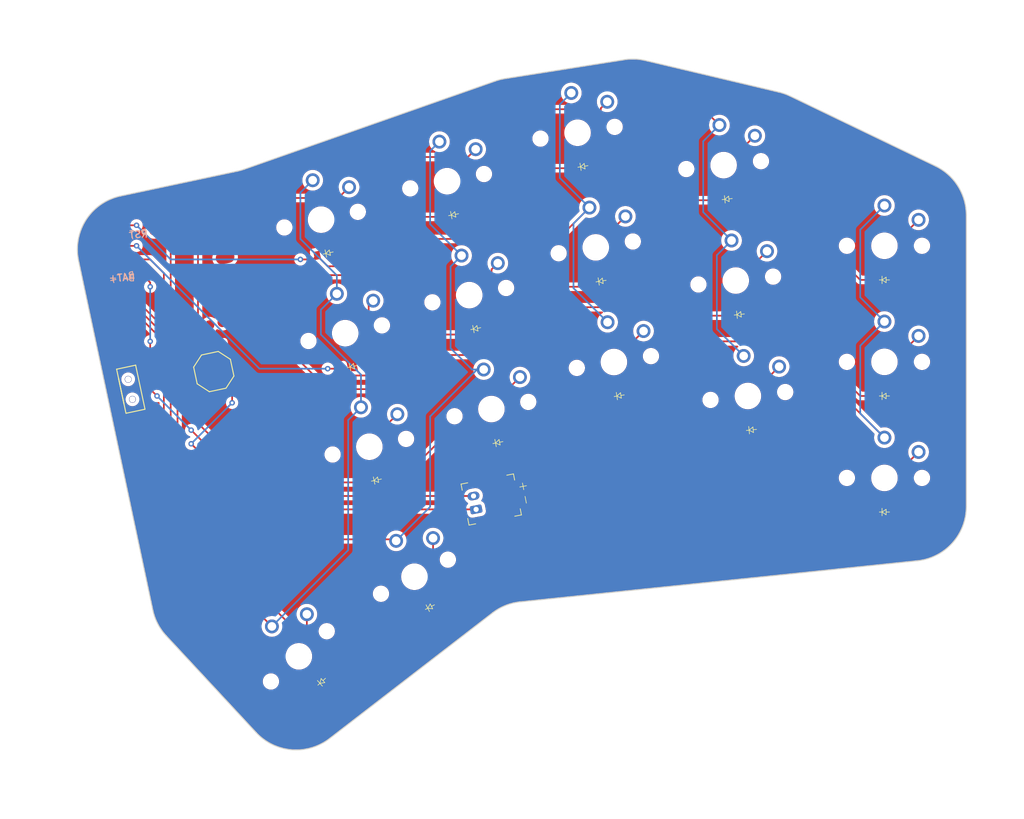
<source format=kicad_pcb>
(kicad_pcb (version 20241229) (generator "pcbnew") (generator_version "9.0")
  (title_block (title "splave-ferris_choc_v1_right") (rev "v1.0.0") (company "Unknown"))
  (layers (0 "F.Cu" signal) (2 "B.Cu" signal) (13 "F.Paste" user) (15 "B.Paste" user) (5 "F.SilkS" user) (7 "B.SilkS" user) (1 "F.Mask" user) (3 "B.Mask" user) (25 "Edge.Cuts" user))
  (net 0 "")
  (net 1 "D8")
  (net 2 "mirror_pinky_bottom")
  (net 3 "GND")
  (net 4 "D1")
  (net 5 "D2")
  (net 6 "mirror_pinky_home")
  (net 7 "mirror_pinky_top")
  (net 8 "D10")
  (net 9 "mirror_ring_bottom")
  (net 10 "mirror_ring_home")
  (net 11 "mirror_ring_top")
  (net 12 "D9")
  (net 13 "mirror_middle_bottom")
  (net 14 "mirror_middle_home")
  (net 15 "mirror_middle_top")
  (net 16 "D3")
  (net 17 "mirror_index_bottom")
  (net 18 "mirror_index_home")
  (net 19 "mirror_index_top")
  (net 20 "D5")
  (net 21 "mirror_inner_bottom")
  (net 22 "mirror_inner_home")
  (net 23 "mirror_inner_top")
  (net 24 "mirror_near_fan")
  (net 25 "mirror_far_fan")
  (net 26 "D0")
  (net 27 "D4")
  (net 28 "D6")
  (net 29 "D7")
  (net 30 "RAW3V3")
  (net 31 "RAW5V")
  (net 32 "CLK")
  (net 33 "DIO")
  (net 34 "RST")
  (net 35 "BAT")
  (net 36 "NFC1")
  (net 37 "NFC2")
  (net 38 "BATCON")
  (footprint "E73:SPDT_C128955" (layer "F.Cu") (at 269.086013 87.024253 102)
    (property "Reference" "T1" (hide yes))
    (property "Value" "" (hide yes))
    (pad "" smd rect (at -3.7 -1.1 102) (size 0.9 0.9) (layers "F.Cu" "F.Mask" "F.Paste"))
    (pad "" smd rect (at -3.7 1.1 102) (size 0.9 0.9) (layers "F.Cu" "F.Mask" "F.Paste"))
    (pad "" np_thru_hole circle (at -1.5 0.000001) (size 1 1) (drill 0.9) (layers "*.Cu" "*.Mask"))
    (pad "" np_thru_hole circle (at 1.5 -0.000001) (size 1 1) (drill 0.9) (layers "*.Cu" "*.Mask"))
    (pad "" smd rect (at 3.7 -1.1 102) (size 0.9 0.9) (layers "F.Cu" "F.Mask" "F.Paste"))
    (pad "" smd rect (at 3.7 1.1 102) (size 0.9 0.9) (layers "F.Cu" "F.Mask" "F.Paste"))
    (pad "1" smd rect (at 2.25 2.075 102) (size 0.9 1.25) (layers "F.Cu" "F.Mask" "F.Paste") (net 35 "BAT"))
    (pad "2" smd rect (at -0.75 2.075 102) (size 0.9 1.25) (layers "F.Cu" "F.Mask" "F.Paste") (net 38 "BATCON"))
    (pad "3" smd rect (at -2.25 2.075 102) (size 0.9 1.25) (layers "F.Cu" "F.Mask" "F.Paste"))
  )
  (footprint "E73:SW_TACT_ALPS_SKQGABE010" (layer "F.Cu") (at 281.312858 84.425356 102)
    (property "Reference" "B1" (hide yes))
    (property "Value" "" (hide yes))
    (pad "1" smd rect (at -3.1 -1.85 102) (size 1.8 1.1) (layers "F.Cu" "F.Mask" "F.Paste") (net 34 "RST"))
    (pad "1" smd rect (at 3.1 -1.85 102) (size 1.8 1.1) (layers "F.Cu" "F.Mask" "F.Paste") (net 34 "RST"))
    (pad "2" smd rect (at -3.1 1.85 102) (size 1.8 1.1) (layers "F.Cu" "F.Mask" "F.Paste") (net 3 "GND"))
    (pad "2" smd rect (at 3.1 1.85 102) (size 1.8 1.1) (layers "F.Cu" "F.Mask" "F.Paste") (net 3 "GND"))
  )
  (footprint "ceoloide:diode_tht_sod123" (layer "F.Cu") (at 319.685381 78.136583 11)
    (property "Reference" "D11" (hide yes))
    (property "Value" "")
    (pad "1" smd rect (at -1.65 0 11) (size 0.9 1.2) (layers "F.Cu" "F.Mask" "F.Paste") (net 4 "D1"))
    (pad "2" smd rect (at 1.65 0 11) (size 0.9 1.2) (layers "F.Cu" "F.Mask" "F.Paste") (net 18 "mirror_index_home"))
  )
  (footprint "ceoloide:diode_tht_sod123" (layer "F.Cu") (at 379.545507 105)
    (property "Reference" "D1" (hide yes))
    (property "Value" "")
    (pad "1" smd rect (at -1.65 0) (size 0.9 1.2) (layers "F.Cu" "F.Mask" "F.Paste") (net 5 "D2"))
    (pad "2" smd rect (at 1.65 0) (size 0.9 1.2) (layers "F.Cu" "F.Mask" "F.Paste") (net 2 "mirror_pinky_bottom"))
  )
  (footprint "ceoloide:diode_tht_sod123" (layer "F.Cu") (at 305.138 100.319148 12)
    (property "Reference" "D13" (hide yes))
    (property "Value" "")
    (pad "1" smd rect (at -1.65 0 12) (size 0.9 1.2) (layers "F.Cu" "F.Mask" "F.Paste") (net 5 "D2"))
    (pad "2" smd rect (at 1.65 0 12) (size 0.9 1.2) (layers "F.Cu" "F.Mask" "F.Paste") (net 21 "mirror_inner_bottom"))
  )
  (footprint "ceoloide:diode_tht_sod123" (layer "F.Cu") (at 379.545507 88)
    (property "Reference" "D2" (hide yes))
    (property "Value" "")
    (pad "1" smd rect (at -1.65 0) (size 0.9 1.2) (layers "F.Cu" "F.Mask" "F.Paste") (net 4 "D1"))
    (pad "2" smd rect (at 1.65 0) (size 0.9 1.2) (layers "F.Cu" "F.Mask" "F.Paste") (net 6 "mirror_pinky_home"))
  )
  (footprint "xiao_smd" (layer "F.Cu") (at 275.051829 69.39873 12)
    (property "Reference" "MCU1" (hide yes))
    (property "Value" "")
    (fp_text user "RST" (at -3.6 -5.95 0) (layer "B.SilkS") (effects (justify mirror)))
    (fp_text user "RST" (at -3.6 -5.95 12) (layer "B.SilkS") (effects (justify mirror)))
    (fp_text user "BAT+" (at -7.3 -0.25 12) (layer "B.SilkS") (effects (justify mirror)))
    (fp_text user "BAT+" (at -7.3 -0.25 0) (layer "B.SilkS") (effects (justify mirror)))
    (pad "1" smd oval (at -7.62 -7.62 192) (size 2.75 1.8) (drill (offset 0.475 0)) (layers "F.Cu" "F.Mask" "F.Paste") (net 26 "D0"))
    (pad "2" smd oval (at -7.62 -5.08 192) (size 2.75 1.8) (drill (offset 0.475 0)) (layers "F.Cu" "F.Mask" "F.Paste") (net 4 "D1"))
    (pad "3" smd oval (at -7.62 -2.54 192) (size 2.75 1.8) (drill (offset 0.475 0)) (layers "F.Cu" "F.Mask" "F.Paste") (net 5 "D2"))
    (pad "4" smd oval (at -7.62 0 192) (size 2.75 1.8) (drill (offset 0.475 0)) (layers "F.Cu" "F.Mask" "F.Paste") (net 16 "D3"))
    (pad "5" smd oval (at -7.62 2.54 192) (size 2.75 1.8) (drill (offset 0.475 0)) (layers "F.Cu" "F.Mask" "F.Paste") (net 27 "D4"))
    (pad "6" smd oval (at -7.62 5.08 192) (size 2.75 1.8) (drill (offset 0.475 0)) (layers "F.Cu" "F.Mask" "F.Paste") (net 20 "D5"))
    (pad "7" smd oval (at -7.62 7.62 192) (size 2.75 1.8) (drill (offset 0.475 0)) (layers "F.Cu" "F.Mask" "F.Paste") (net 28 "D6"))
    (pad "8" smd oval (at 7.62 7.62 12) (size 2.75 1.8) (drill (offset 0.475 0)) (layers "F.Cu" "F.Mask" "F.Paste") (net 29 "D7"))
    (pad "9" smd oval (at 7.62 5.08 12) (size 2.75 1.8) (drill (offset 0.475 0)) (layers "F.Cu" "F.Mask" "F.Paste") (net 1 "D8"))
    (pad "10" smd oval (at 7.62 2.54 12) (size 2.75 1.8) (drill (offset 0.475 0)) (layers "F.Cu" "F.Mask" "F.Paste") (net 12 "D9"))
    (pad "11" smd oval (at 7.62 0 12) (size 2.75 1.8) (drill (offset 0.475 0)) (layers "F.Cu" "F.Mask" "F.Paste") (net 8 "D10"))
    (pad "12" smd oval (at 7.62 -2.54 12) (size 2.75 1.8) (drill (offset 0.475 0)) (layers "F.Cu" "F.Mask" "F.Paste") (net 30 "RAW3V3"))
    (pad "13" smd oval (at 7.62 -5.08 12) (size 2.75 1.8) (drill (offset 0.475 0)) (layers "F.Cu" "F.Mask" "F.Paste") (net 3 "GND"))
    (pad "14" smd oval (at 7.62 -7.62 12) (size 2.75 1.8) (drill (offset 0.475 0)) (layers "F.Cu" "F.Mask" "F.Paste") (net 31 "RAW5V"))
    (pad "15" smd circle (at -1.27 -8.572 102) (size 1.397 1.397) (layers "F.Cu" "F.Mask") (net 32 "CLK"))
    (pad "16" smd circle (at 1.27 -8.572 102) (size 1.397 1.397) (layers "F.Cu" "F.Mask") (net 33 "DIO"))
    (pad "17" smd circle (at -1.27 -6.032 102) (size 1.397 1.397) (layers "F.Cu" "F.Mask") (net 34 "RST"))
    (pad "18" smd circle (at 1.27 -6.032 102) (size 1.397 1.397) (layers "F.Cu" "F.Mask"))
    (pad "19" smd circle (at -4.445 -0.317 192) (size 1.397 1.397) (layers "F.Cu" "F.Mask") (net 35 "BAT"))
    (pad "20" smd circle (at 3.81 9.208 192) (size 1.397 1.397) (layers "F.Cu" "F.Mask") (net 36 "NFC1"))
    (pad "21" smd circle (at 5.715 9.208 192) (size 1.397 1.397) (layers "F.Cu" "F.Mask") (net 37 "NFC2"))
  )
  (footprint "ceoloide:battery_connector_jst_ph_2" (layer "F.Cu") (at 319.54747 103.631307 101)
    (property "Reference" "JST1" (hide yes))
    (property "Value" "")
    (pad "1" thru_hole roundrect (at -1 0 101) (size 1.2 1.75) (drill 0.75) (layers "*.Cu" "*.Mask") (roundrect_rratio 0.2) (net 3 "GND"))
    (pad "2" thru_hole oval (at 1 0 101) (size 1.2 1.75) (drill 0.75) (layers "*.Cu" "*.Mask") (net 38 "BATCON"))
  )
  (footprint "ceoloide:diode_tht_sod123" (layer "F.Cu") (at 316.441628 61.448921 11)
    (property "Reference" "D12" (hide yes))
    (property "Value" "")
    (pad "1" smd rect (at -1.65 0 11) (size 0.9 1.2) (layers "F.Cu" "F.Mask" "F.Paste") (net 26 "D0"))
    (pad "2" smd rect (at 1.65 0 11) (size 0.9 1.2) (layers "F.Cu" "F.Mask" "F.Paste") (net 19 "mirror_index_top"))
  )
  (footprint "ceoloide:diode_tht_sod123" (layer "F.Cu") (at 301.603501 83.690639 12)
    (property "Reference" "D14" (hide yes))
    (property "Value" "")
    (pad "1" smd rect (at -1.65 0 12) (size 0.9 1.2) (layers "F.Cu" "F.Mask" "F.Paste") (net 4 "D1"))
    (pad "2" smd rect (at 1.65 0 12) (size 0.9 1.2) (layers "F.Cu" "F.Mask" "F.Paste") (net 22 "mirror_inner_home"))
  )
  (footprint "ceoloide:diode_tht_sod123" (layer "F.Cu") (at 338.040679 71.172127 9)
    (property "Reference" "D8" (hide yes))
    (property "Value" "")
    (pad "1" smd rect (at -1.65 0 9) (size 0.9 1.2) (layers "F.Cu" "F.Mask" "F.Paste") (net 4 "D1"))
    (pad "2" smd rect (at 1.65 0 9) (size 0.9 1.2) (layers "F.Cu" "F.Mask" "F.Paste") (net 14 "mirror_middle_home"))
  )
  (footprint "ceoloide:diode_tht_sod123" (layer "F.Cu") (at 340.700064 87.962829 9)
    (property "Reference" "D7" (hide yes))
    (property "Value" "")
    (pad "1" smd rect (at -1.65 0 9) (size 0.9 1.2) (layers "F.Cu" "F.Mask" "F.Paste") (net 5 "D2"))
    (pad "2" smd rect (at 1.65 0 9) (size 0.9 1.2) (layers "F.Cu" "F.Mask" "F.Paste") (net 13 "mirror_middle_bottom"))
  )
  (footprint "ceoloide:diode_tht_sod123" (layer "F.Cu") (at 360.06815 92.97261 6)
    (property "Reference" "D4" (hide yes))
    (property "Value" "")
    (pad "1" smd rect (at -1.65 0 6) (size 0.9 1.2) (layers "F.Cu" "F.Mask" "F.Paste") (net 5 "D2"))
    (pad "2" smd rect (at 1.65 0 6) (size 0.9 1.2) (layers "F.Cu" "F.Mask" "F.Paste") (net 9 "mirror_ring_bottom"))
  )
  (footprint "ceoloide:diode_tht_sod123" (layer "F.Cu") (at 379.545507 71)
    (property "Reference" "D3" (hide yes))
    (property "Value" "")
    (pad "1" smd rect (at -1.65 0) (size 0.9 1.2) (layers "F.Cu" "F.Mask" "F.Paste") (net 26 "D0"))
    (pad "2" smd rect (at 1.65 0) (size 0.9 1.2) (layers "F.Cu" "F.Mask" "F.Paste") (net 7 "mirror_pinky_top"))
  )
  (footprint "ceoloide:diode_tht_sod123" (layer "F.Cu") (at 356.514182 59.158865 6)
    (property "Reference" "D6" (hide yes))
    (property "Value" "")
    (pad "1" smd rect (at -1.65 0 6) (size 0.9 1.2) (layers "F.Cu" "F.Mask" "F.Paste") (net 26 "D0"))
    (pad "2" smd rect (at 1.65 0 6) (size 0.9 1.2) (layers "F.Cu" "F.Mask" "F.Paste") (net 11 "mirror_ring_top"))
  )
  (footprint "ceoloide:diode_tht_sod123" (layer "F.Cu") (at 335.381293 54.381426 9)
    (property "Reference" "D9" (hide yes))
    (property "Value" "")
    (pad "1" smd rect (at -1.65 0 9) (size 0.9 1.2) (layers "F.Cu" "F.Mask" "F.Paste") (net 26 "D0"))
    (pad "2" smd rect (at 1.65 0 9) (size 0.9 1.2) (layers "F.Cu" "F.Mask" "F.Paste") (net 15 "mirror_middle_top"))
  )
  (footprint "ceoloide:diode_tht_sod123" (layer "F.Cu") (at 312.971997 118.926616 27)
    (property "Reference" "D16" (hide yes))
    (property "Value" "")
    (pad "1" smd rect (at -1.65 0 27) (size 0.9 1.2) (layers "F.Cu" "F.Mask" "F.Paste") (net 27 "D4"))
    (pad "2" smd rect (at 1.65 0 27) (size 0.9 1.2) (layers "F.Cu" "F.Mask" "F.Paste") (net 24 "mirror_near_fan"))
  )
  (footprint "ceoloide:diode_tht_sod123" (layer "F.Cu") (at 322.929134 94.824245 11)
    (property "Reference" "D10" (hide yes))
    (property "Value" "")
    (pad "1" smd rect (at -1.65 0 11) (size 0.9 1.2) (layers "F.Cu" "F.Mask" "F.Paste") (net 5 "D2"))
    (pad "2" smd rect (at 1.65 0 11) (size 0.9 1.2) (layers "F.Cu" "F.Mask" "F.Paste") (net 17 "mirror_index_bottom"))
  )
  (footprint "ceoloide:diode_tht_sod123" (layer "F.Cu") (at 297.118407 129.852818 42)
    (property "Reference" "D17" (hide yes))
    (property "Value" "")
    (pad "1" smd rect (at -1.65 0 42) (size 0.9 1.2) (layers "F.Cu" "F.Mask" "F.Paste") (net 27 "D4"))
    (pad "2" smd rect (at 1.65 0 42) (size 0.9 1.2) (layers "F.Cu" "F.Mask" "F.Paste") (net 25 "mirror_far_fan"))
  )
  (footprint "ceoloide:diode_tht_sod123" (layer "F.Cu") (at 298.069003 67.06213 12)
    (property "Reference" "D15" (hide yes))
    (property "Value" "")
    (pad "1" smd rect (at -1.65 0 12) (size 0.9 1.2) (layers "F.Cu" "F.Mask" "F.Paste") (net 26 "D0"))
    (pad "2" smd rect (at 1.65 0 12) (size 0.9 1.2) (layers "F.Cu" "F.Mask" "F.Paste") (net 23 "mirror_inner_top"))
  )
  (footprint "ceoloide:diode_tht_sod123" (layer "F.Cu") (at 358.291166 76.065737 6)
    (property "Reference" "D5" (hide yes))
    (property "Value" "")
    (pad "1" smd rect (at -1.65 0 6) (size 0.9 1.2) (layers "F.Cu" "F.Mask" "F.Paste") (net 4 "D1"))
    (pad "2" smd rect (at 1.65 0 6) (size 0.9 1.2) (layers "F.Cu" "F.Mask" "F.Paste") (net 10 "mirror_ring_home"))
  )
  (footprint "ceoloide:switch_choc_v1_v2" (layer "B.Cu") (at 297.029444 62.171392 12)
    (property "Reference" "S15" (hide yes))
    (property "Value" "")
    (pad "" np_thru_hole circle (at -5.5 0 12) (size 1.9 1.9) (drill 1.9) (layers "*.Cu" "*.Mask"))
    (pad "" np_thru_hole circle (at 0 0 12) (size 3.4 3.4) (drill 3.4) (layers "*.Cu" "*.Mask"))
    (pad "" np_thru_hole circle (at 5.5 0 12) (size 1.9 1.9) (drill 1.9) (layers "*.Cu" "*.Mask"))
    (pad "1" thru_hole circle (at 5 -3.8 207) (size 2.032 2.032) (drill 1.27) (layers "*.Cu" "*.Mask") (net 23 "mirror_inner_top"))
    (pad "2" thru_hole circle (at 0 -5.9 207) (size 2.032 2.032) (drill 1.27) (layers "*.Cu" "*.Mask") (net 20 "D5"))
  )
  (footprint "ceoloide:switch_choc_v1_v2" (layer "B.Cu") (at 334.59912 49.442984 9)
    (property "Reference" "S9" (hide yes))
    (property "Value" "")
    (pad "" np_thru_hole circle (at -5.5 0 9) (size 1.9 1.9) (drill 1.9) (layers "*.Cu" "*.Mask"))
    (pad "" np_thru_hole circle (at 0 0 9) (size 3.4 3.4) (drill 3.4) (layers "*.Cu" "*.Mask"))
    (pad "" np_thru_hole circle (at 5.5 0 9) (size 1.9 1.9) (drill 1.9) (layers "*.Cu" "*.Mask"))
    (pad "1" thru_hole circle (at 5 -3.8 204) (size 2.032 2.032) (drill 1.27) (layers "*.Cu" "*.Mask") (net 15 "mirror_middle_top"))
    (pad "2" thru_hole circle (at 0 -5.9 204) (size 2.032 2.032) (drill 1.27) (layers "*.Cu" "*.Mask") (net 12 "D9"))
  )
  (footprint "ceoloide:switch_choc_v1_v2" (layer "B.Cu") (at 300.563943 78.799901 12)
    (property "Reference" "S14" (hide yes))
    (property "Value" "")
    (pad "" np_thru_hole circle (at -5.5 0 12) (size 1.9 1.9) (drill 1.9) (layers "*.Cu" "*.Mask"))
    (pad "" np_thru_hole circle (at 0 0 12) (size 3.4 3.4) (drill 3.4) (layers "*.Cu" "*.Mask"))
    (pad "" np_thru_hole circle (at 5.5 0 12) (size 1.9 1.9) (drill 1.9) (layers "*.Cu" "*.Mask"))
    (pad "1" thru_hole circle (at 5 -3.8 207) (size 2.032 2.032) (drill 1.27) (layers "*.Cu" "*.Mask") (net 22 "mirror_inner_home"))
    (pad "2" thru_hole circle (at 0 -5.9 207) (size 2.032 2.032) (drill 1.27) (layers "*.Cu" "*.Mask") (net 20 "D5"))
  )
  (footprint "ceoloide:switch_choc_v1_v2" (layer "B.Cu") (at 318.731336 73.228447 11)
    (property "Reference" "S11" (hide yes))
    (property "Value" "")
    (pad "" np_thru_hole circle (at -5.5 -0.000001 11) (size 1.9 1.9) (drill 1.9) (layers "*.Cu" "*.Mask"))
    (pad "" np_thru_hole circle (at 0 0 11) (size 3.4 3.4) (drill 3.4) (layers "*.Cu" "*.Mask"))
    (pad "" np_thru_hole circle (at 5.5 0.000001 11) (size 1.9 1.9) (drill 1.9) (layers "*.Cu" "*.Mask"))
    (pad "1" thru_hole circle (at 5 -3.8 206) (size 2.032 2.032) (drill 1.27) (layers "*.Cu" "*.Mask") (net 18 "mirror_index_home"))
    (pad "2" thru_hole circle (at 0 -5.9 206) (size 2.032 2.032) (drill 1.27) (layers "*.Cu" "*.Mask") (net 16 "D3"))
  )
  (footprint "ceoloide:switch_choc_v1_v2" (layer "B.Cu") (at 357.768524 71.093128 6)
    (property "Reference" "S5" (hide yes))
    (property "Value" "")
    (pad "" np_thru_hole circle (at -5.5 0 6) (size 1.9 1.9) (drill 1.9) (layers "*.Cu" "*.Mask"))
    (pad "" np_thru_hole circle (at 0 0 6) (size 3.4 3.4) (drill 3.4) (layers "*.Cu" "*.Mask"))
    (pad "" np_thru_hole circle (at 5.5 0 6) (size 1.9 1.9) (drill 1.9) (layers "*.Cu" "*.Mask"))
    (pad "1" thru_hole circle (at 5 -3.800001 201) (size 2.032 2.032) (drill 1.27) (layers "*.Cu" "*.Mask") (net 10 "mirror_ring_home"))
    (pad "2" thru_hole circle (at 0 -5.9 201) (size 2.032 2.032) (drill 1.27) (layers "*.Cu" "*.Mask") (net 8 "D10"))
  )
  (footprint "ceoloide:switch_choc_v1_v2" (layer "B.Cu") (at 293.772754 126.137094 42)
    (property "Reference" "S17" (hide yes))
    (property "Value" "")
    (pad "" np_thru_hole circle (at -5.5 -0.000001 42) (size 1.9 1.9) (drill 1.9) (layers "*.Cu" "*.Mask"))
    (pad "" np_thru_hole circle (at 0 0 42) (size 3.4 3.4) (drill 3.4) (layers "*.Cu" "*.Mask"))
    (pad "" np_thru_hole circle (at 5.5 0.000001 42) (size 1.9 1.9) (drill 1.9) (layers "*.Cu" "*.Mask"))
    (pad "1" thru_hole circle (at 5 -3.8 237) (size 2.032 2.032) (drill 1.27) (layers "*.Cu" "*.Mask") (net 25 "mirror_far_fan"))
    (pad "2" thru_hole circle (at -0.000001 -5.9 237) (size 2.032 2.032) (drill 1.27) (layers "*.Cu" "*.Mask") (net 20 "D5"))
  )
  (footprint "ceoloide:switch_choc_v1_v2" (layer "B.Cu") (at 355.99154 54.186256 6)
    (property "Reference" "S6" (hide yes))
    (property "Value" "")
    (pad "" np_thru_hole circle (at -5.5 0 6) (size 1.9 1.9) (drill 1.9) (layers "*.Cu" "*.Mask"))
    (pad "" np_thru_hole circle (at 0 0 6) (size 3.4 3.4) (drill 3.4) (layers "*.Cu" "*.Mask"))
    (pad "" np_thru_hole circle (at 5.5 0 6) (size 1.9 1.9) (drill 1.9) (layers "*.Cu" "*.Mask"))
    (pad "1" thru_hole circle (at 5 -3.800001 201) (size 2.032 2.032) (drill 1.27) (layers "*.Cu" "*.Mask") (net 11 "mirror_ring_top"))
    (pad "2" thru_hole circle (at 0 -5.9 201) (size 2.032 2.032) (drill 1.27) (layers "*.Cu" "*.Mask") (net 8 "D10"))
  )
  (footprint "ceoloide:switch_choc_v1_v2" (layer "B.Cu") (at 315.487583 56.540785 11)
    (property "Reference" "S12" (hide yes))
    (property "Value" "")
    (pad "" np_thru_hole circle (at -5.5 -0.000001 11) (size 1.9 1.9) (drill 1.9) (layers "*.Cu" "*.Mask"))
    (pad "" np_thru_hole circle (at 0 0 11) (size 3.4 3.4) (drill 3.4) (layers "*.Cu" "*.Mask"))
    (pad "" np_thru_hole circle (at 5.5 0.000001 11) (size 1.9 1.9) (drill 1.9) (layers "*.Cu" "*.Mask"))
    (pad "1" thru_hole circle (at 5 -3.8 206) (size 2.032 2.032) (drill 1.27) (layers "*.Cu" "*.Mask") (net 19 "mirror_index_top"))
    (pad "2" thru_hole circle (at 0 -5.9 206) (size 2.032 2.032) (drill 1.27) (layers "*.Cu" "*.Mask") (net 16 "D3"))
  )
  (footprint "ceoloide:switch_choc_v1_v2" (layer "B.Cu") (at 337.258506 66.233686 9)
    (property "Reference" "S8" (hide yes))
    (property "Value" "")
    (pad "" np_thru_hole circle (at -5.5 0 9) (size 1.9 1.9) (drill 1.9) (layers "*.Cu" "*.Mask"))
    (pad "" np_thru_hole circle (at 0 0 9) (size 3.4 3.4) (drill 3.4) (layers "*.Cu" "*.Mask"))
    (pad "" np_thru_hole circle (at 5.5 0 9) (size 1.9 1.9) (drill 1.9) (layers "*.Cu" "*.Mask"))
    (pad "1" thru_hole circle (at 5 -3.8 204) (size 2.032 2.032) (drill 1.27) (layers "*.Cu" "*.Mask") (net 14 "mirror_middle_home"))
    (pad "2" thru_hole circle (at 0 -5.9 204) (size 2.032 2.032) (drill 1.27) (layers "*.Cu" "*.Mask") (net 12 "D9"))
  )
  (footprint "ceoloide:switch_choc_v1_v2" (layer "B.Cu") (at 321.975089 89.916109 11)
    (property "Reference" "S10" (hide yes))
    (property "Value" "")
    (pad "" np_thru_hole circle (at -5.5 -0.000001 11) (size 1.9 1.9) (drill 1.9) (layers "*.Cu" "*.Mask"))
    (pad "" np_thru_hole circle (at 0 0 11) (size 3.4 3.4) (drill 3.4) (layers "*.Cu" "*.Mask"))
    (pad "" np_thru_hole circle (at 5.5 0.000001 11) (size 1.9 1.9) (drill 1.9) (layers "*.Cu" "*.Mask"))
    (pad "1" thru_hole circle (at 5 -3.8 206) (size 2.032 2.032) (drill 1.27) (layers "*.Cu" "*.Mask") (net 17 "mirror_index_bottom"))
    (pad "2" thru_hole circle (at 0 -5.9 206) (size 2.032 2.032) (drill 1.27) (layers "*.Cu" "*.Mask") (net 16 "D3"))
  )
  (footprint "ceoloide:switch_choc_v1_v2" (layer "B.Cu") (at 304.098442 95.42841 12)
    (property "Reference" "S13" (hide yes))
    (property "Value" "")
    (pad "" np_thru_hole circle (at -5.5 0 12) (size 1.9 1.9) (drill 1.9) (layers "*.Cu" "*.Mask"))
    (pad "" np_thru_hole circle (at 0 0 12) (size 3.4 3.4) (drill 3.4) (layers "*.Cu" "*.Mask"))
    (pad "" np_thru_hole circle (at 5.5 0 12) (size 1.9 1.9) (drill 1.9) (layers "*.Cu" "*.Mask"))
    (pad "1" thru_hole circle (at 5 -3.8 207) (size 2.032 2.032) (drill 1.27) (layers "*.Cu" "*.Mask") (net 21 "mirror_inner_bottom"))
    (pad "2" thru_hole circle (at 0 -5.9 207) (size 2.032 2.032) (drill 1.27) (layers "*.Cu" "*.Mask") (net 20 "D5"))
  )
  (footprint "ceoloide:switch_choc_v1_v2" (layer "B.Cu") (at 379.545507 83)
    (property "Reference" "S2" (hide yes))
    (property "Value" "")
    (pad "" np_thru_hole circle (at -5.5 0) (size 1.9 1.9) (drill 1.9) (layers "*.Cu" "*.Mask"))
    (pad "" np_thru_hole circle (at 0 0) (size 3.4 3.4) (drill 3.4) (layers "*.Cu" "*.Mask"))
    (pad "" np_thru_hole circle (at 5.5 0) (size 1.9 1.9) (drill 1.9) (layers "*.Cu" "*.Mask"))
    (pad "1" thru_hole circle (at 5 -3.8 195) (size 2.032 2.032) (drill 1.27) (layers "*.Cu" "*.Mask") (net 6 "mirror_pinky_home"))
    (pad "2" thru_hole circle (at 0 -5.9 195) (size 2.032 2.032) (drill 1.27) (layers "*.Cu" "*.Mask") (net 1 "D8"))
  )
  (footprint "ceoloide:switch_choc_v1_v2" (layer "B.Cu") (at 310.702044 114.471583 27)
    (property "Reference" "S16" (hide yes))
    (property "Value" "")
    (pad "" np_thru_hole circle (at -5.5 0 27) (size 1.9 1.9) (drill 1.9) (layers "*.Cu" "*.Mask"))
    (pad "" np_thru_hole circle (at 0 0 27) (size 3.4 3.4) (drill 3.4) (layers "*.Cu" "*.Mask"))
    (pad "" np_thru_hole circle (at 5.5 0 27) (size 1.9 1.9) (drill 1.9) (layers "*.Cu" "*.Mask"))
    (pad "1" thru_hole circle (at 5 -3.8 222) (size 2.032 2.032) (drill 1.27) (layers "*.Cu" "*.Mask") (net 24 "mirror_near_fan"))
    (pad "2" thru_hole circle (at 0 -5.9 222) (size 2.032 2.032) (drill 1.27) (layers "*.Cu" "*.Mask") (net 16 "D3"))
  )
  (footprint "ceoloide:switch_choc_v1_v2" (layer "B.Cu") (at 379.545507 100)
    (property "Reference" "S1" (hide yes))
    (property "Value" "")
    (pad "" np_thru_hole circle (at -5.5 0) (size 1.9 1.9) (drill 1.9) (layers "*.Cu" "*.Mask"))
    (pad "" np_thru_hole circle (at 0 0) (size 3.4 3.4) (drill 3.4) (layers "*.Cu" "*.Mask"))
    (pad "" np_thru_hole circle (at 5.5 0) (size 1.9 1.9) (drill 1.9) (layers "*.Cu" "*.Mask"))
    (pad "1" thru_hole circle (at 5 -3.8 195) (size 2.032 2.032) (drill 1.27) (layers "*.Cu" "*.Mask") (net 2 "mirror_pinky_bottom"))
    (pad "2" thru_hole circle (at 0 -5.9 195) (size 2.032 2.032) (drill 1.27) (layers "*.Cu" "*.Mask") (net 1 "D8"))
  )
  (footprint "ceoloide:switch_choc_v1_v2" (layer "B.Cu") (at 359.545507 88 6)
    (property "Reference" "S4" (hide yes))
    (property "Value" "")
    (pad "" np_thru_hole circle (at -5.5 0 6) (size 1.9 1.9) (drill 1.9) (layers "*.Cu" "*.Mask"))
    (pad "" np_thru_hole circle (at 0 0 6) (size 3.4 3.4) (drill 3.4) (layers "*.Cu" "*.Mask"))
    (pad "" np_thru_hole circle (at 5.5 0 6) (size 1.9 1.9) (drill 1.9) (layers "*.Cu" "*.Mask"))
    (pad "1" thru_hole circle (at 5 -3.800001 201) (size 2.032 2.032) (drill 1.27) (layers "*.Cu" "*.Mask") (net 9 "mirror_ring_bottom"))
    (pad "2" thru_hole circle (at 0 -5.9 201) (size 2.032 2.032) (drill 1.27) (layers "*.Cu" "*.Mask") (net 8 "D10"))
  )
  (footprint "ceoloide:switch_choc_v1_v2" (layer "B.Cu") (at 379.545507 66)
    (property "Reference" "S3" (hide yes))
    (property "Value" "")
    (pad "" np_thru_hole circle (at -5.5 0) (size 1.9 1.9) (drill 1.9) (layers "*.Cu" "*.Mask"))
    (pad "" np_thru_hole circle (at 0 0) (size 3.4 3.4) (drill 3.4) (layers "*.Cu" "*.Mask"))
    (pad "" np_thru_hole circle (at 5.5 0) (size 1.9 1.9) (drill 1.9) (layers "*.Cu" "*.Mask"))
    (pad "1" thru_hole circle (at 5 -3.8 195) (size 2.032 2.032) (drill 1.27) (layers "*.Cu" "*.Mask") (net 7 "mirror_pinky_top"))
    (pad "2" thru_hole circle (at 0 -5.9 195) (size 2.032 2.032) (drill 1.27) (layers "*.Cu" "*.Mask") (net 1 "D8"))
  )
  (footprint "ceoloide:switch_choc_v1_v2" (layer "B.Cu") (at 339.917892 83.024388 9)
    (property "Reference" "S7" (hide yes))
    (property "Value" "")
    (pad "" np_thru_hole circle (at -5.5 0 9) (size 1.9 1.9) (drill 1.9) (layers "*.Cu" "*.Mask"))
    (pad "" np_thru_hole circle (at 0 0 9) (size 3.4 3.4) (drill 3.4) (layers "*.Cu" "*.Mask"))
    (pad "" np_thru_hole circle (at 5.5 0 9) (size 1.9 1.9) (drill 1.9) (layers "*.Cu" "*.Mask"))
    (pad "1" thru_hole circle (at 5 -3.8 204) (size 2.032 2.032) (drill 1.27) (layers "*.Cu" "*.Mask") (net 13 "mirror_middle_bottom"))
    (pad "2" thru_hole circle (at 0 -5.9 204) (size 2.032 2.032) (drill 1.27) (layers "*.Cu" "*.Mask") (net 12 "D9"))
  )
  (gr_line (start 322.552328 41.864453) (end 285.757788 54.787767) (stroke (width 0.15)) (layer "Edge.Cuts"))
  (gr_line (start 274.340892 123.11786) (end 287.51626 137.294288) (stroke (width 0.15)) (layer "Edge.Cuts"))
  (gr_line (start 364.09882 43.492985) (end 344.525602 38.859172) (stroke (width 0.15)) (layer "Edge.Cuts"))
  (gr_line (start 391.545507 104.185002) (end 391.545507 61.527372) (stroke (width 0.15)) (layer "Edge.Cuts"))
  (gr_arc (start 322.552329 41.864453) (mid 323.244134 41.656052) (end 323.951919 41.510916) (stroke (width 0.15)) (layer "Edge.Cuts"))
  (gr_arc (start 322.12473 119.784294) (mid 324.042482 118.690366) (end 326.186214 118.162289) (stroke (width 0.15)) (layer "Edge.Cuts"))
  (gr_arc (start 285.757788 54.787768) (mid 285.26835 54.942224) (end 284.770015 55.064979) (stroke (width 0.15)) (layer "Edge.Cuts"))
  (gr_line (start 326.186214 118.16229) (end 384.368819 112.142524) (stroke (width 0.15)) (layer "Edge.Cuts"))
  (gr_line (start 298.261023 138.183635) (end 322.124731 119.784295) (stroke (width 0.15)) (layer "Edge.Cuts"))
  (gr_arc (start 387.015752 54.319224) (mid 390.319057 57.270728) (end 391.545507 61.527372) (stroke (width 0.15)) (layer "Edge.Cuts"))
  (gr_arc (start 274.340891 123.11786) (mid 273.101679 121.359729) (end 272.375679 119.334983) (stroke (width 0.15)) (layer "Edge.Cuts"))
  (gr_arc (start 364.09882 43.492985) (mid 364.928045 43.737295) (end 365.726068 44.069653) (stroke (width 0.15)) (layer "Edge.Cuts"))
  (gr_arc (start 298.261023 138.183635) (mid 292.716323 139.820854) (end 287.51626 137.294288) (stroke (width 0.15)) (layer "Edge.Cuts"))
  (gr_arc (start 261.504263 68.188992) (mid 262.620079 62.168586) (end 267.66615 58.700517) (stroke (width 0.15)) (layer "Edge.Cuts"))
  (gr_line (start 261.504263 68.188992) (end 272.375679 119.334983) (stroke (width 0.15)) (layer "Edge.Cuts"))
  (gr_line (start 341.43113 38.742481) (end 323.951918 41.510916) (stroke (width 0.15)) (layer "Edge.Cuts"))
  (gr_line (start 284.770015 55.064979) (end 267.66615 58.700517) (stroke (width 0.15)) (layer "Edge.Cuts"))
  (gr_arc (start 341.431129 38.742482) (mid 342.984065 38.64967) (end 344.525602 38.859172) (stroke (width 0.15)) (layer "Edge.Cuts"))
  (gr_arc (start 391.545507 104.185002) (mid 389.486319 109.54287) (end 384.368819 112.142524) (stroke (width 0.15)) (layer "Edge.Cuts"))
  (gr_line (start 387.015752 54.319223) (end 365.726068 44.069653) (stroke (width 0.15)) (layer "Edge.Cuts"))
  (segment (start 323 82) (end 309 82) (width 0.25) (layer "F.Cu") (net 1))
  (segment (start 293 80) (end 285.783433 72.783433) (width 0.25) (layer "F.Cu") (net 1))
  (segment (start 348 75) (end 330 75) (width 0.25) (layer "F.Cu") (net 1))
  (segment (start 285.783433 72.783433) (end 283.561505 72.783433) (width 0.25) (layer "F.Cu") (net 1))
  (segment (start 379.545507 94.1) (end 366 80.554493) (width 0.25) (layer "F.Cu") (net 1))
  (segment (start 366 80) (end 353 80) (width 0.25) (layer "F.Cu") (net 1))
  (segment (start 353 80) (end 348 75) (width 0.25) (layer "F.Cu") (net 1))
  (segment (start 309 82) (end 304 87) (width 0.25) (layer "F.Cu") (net 1))
  (segment (start 293 82) (end 293 80) (width 0.25) (layer "F.Cu") (net 1))
  (segment (start 330 75) (end 323 82) (width 0.25) (layer "F.Cu") (net 1))
  (segment (start 304 87) (end 298 87) (width 0.25) (layer "F.Cu") (net 1))
  (segment (start 366 80.554493) (end 366 80) (width 0.25) (layer "F.Cu") (net 1))
  (segment (start 298 87) (end 293 82) (width 0.25) (layer "F.Cu") (net 1))
  (segment (start 376 73.554493) (end 379.545507 77.1) (width 0.25) (layer "B.Cu") (net 1))
  (segment (start 376 80.645507) (end 376 90.554493) (width 0.25) (layer "B.Cu") (net 1))
  (segment (start 376 63.645507) (end 376 73.554493) (width 0.25) (layer "B.Cu") (net 1))
  (segment (start 379.545507 77.1) (end 376 80.645507) (width 0.25) (layer "B.Cu") (net 1))
  (segment (start 376 90.554493) (end 379.545507 94.1) (width 0.25) (layer "B.Cu") (net 1))
  (segment (start 379.545507 60.1) (end 376 63.645507) (width 0.25) (layer "B.Cu") (net 1))
  (segment (start 384.545507 96.2) (end 383 97.745507) (width 0.25) (layer "F.Cu") (net 2))
  (segment (start 383 97.745507) (end 383 103) (width 0.25) (layer "F.Cu") (net 2))
  (segment (start 383 103) (end 381.195507 104.804493) (width 0.25) (layer "F.Cu") (net 2))
  (segment (start 381.195507 104.804493) (end 381.195507 105) (width 0.25) (layer "F.Cu") (net 2))
  (segment (start 284 89) (end 284 87.30602) (width 0.25) (layer "F.Cu") (net 3))
  (segment (start 282.477905 81.008462) (end 281.008462 81.008462) (width 0.25) (layer "F.Cu") (net 3))
  (segment (start 287.612934 104.612934) (end 278 95) (width 0.25) (layer "F.Cu") (net 3))
  (segment (start 282.477905 81.008462) (end 282.477905 85.783925) (width 0.25) (layer "F.Cu") (net 3))
  (segment (start 282.477905 85.783925) (end 283.766957 87.072977) (width 0.25) (layer "F.Cu") (net 3))
  (segment (start 319.738279 104.612934) (end 287.612934 104.612934) (width 0.25) (layer "F.Cu") (net 3))
  (segment (start 279 79) (end 279 65.294575) (width 0.25) (layer "F.Cu") (net 3))
  (segment (start 279 65.294575) (end 281.449122 62.845453) (width 0.25) (layer "F.Cu") (net 3))
  (segment (start 281.008462 81.008462) (end 279 79) (width 0.25) (layer "F.Cu") (net 3))
  (segment (start 284 87.30602) (end 283.766957 87.072977) (width 0.25) (layer "F.Cu") (net 3))
  (via blind (at 278 95) (size 0.8) (drill 0.4) (layers "F.Cu" "B.Cu") (net 3))
  (via blind (at 284 89) (size 0.8) (drill 0.4) (layers "F.Cu" "B.Cu") (net 3))
  (segment (start 278 95) (end 284 89) (width 0.25) (layer "B.Cu") (net 3))
  (segment (start 269.985973 66.014027) (end 270 66) (width 0.25) (layer "F.Cu") (net 4))
  (segment (start 266.542153 66.014027) (end 269.985973 66.014027) (width 0.25) (layer "F.Cu") (net 4))
  (segment (start 330 72) (end 335.841237 72) (width 0.25) (layer "F.Cu") (net 4))
  (segment (start 304 85) (end 310 79) (width 0.25) (layer "F.Cu") (net 4))
  (segment (start 318.065696 78.451418) (end 318.065696 79.065696) (width 0.25) (layer "F.Cu") (net 4))
  (segment (start 299.989557 84.033693) (end 300.955864 85) (width 0.25) (layer "F.Cu") (net 4))
  (segment (start 300.955864 85) (end 304 85) (width 0.25) (layer "F.Cu") (net 4))
  (segment (start 358.411996 78) (end 356.650205 76.238209) (width 0.25) (layer "F.Cu") (net 4))
  (segment (start 310 79) (end 317.517114 79) (width 0.25) (layer "F.Cu") (net 4))
  (segment (start 350 73) (end 337.980749 73) (width 0.25) (layer "F.Cu") (net 4))
  (segment (start 318.065696 79.065696) (end 319 80) (width 0.25) (layer "F.Cu") (net 4))
  (segment (start 376 88) (end 366 78) (width 0.25) (layer "F.Cu") (net 4))
  (segment (start 353.238209 76.238209) (end 350 73) (width 0.25) (layer "F.Cu") (net 4))
  (segment (start 335.841237 72) (end 336.410993 71.430244) (width 0.25) (layer "F.Cu") (net 4))
  (segment (start 337.980749 73) (end 336.410993 71.430244) (width 0.25) (layer "F.Cu") (net 4))
  (segment (start 356.650205 76.238209) (end 353.238209 76.238209) (width 0.25) (layer "F.Cu") (net 4))
  (segment (start 377.895507 88) (end 376 88) (width 0.25) (layer "F.Cu") (net 4))
  (segment (start 299.955864 84) (end 299.989557 84.033693) (width 0.25) (layer "F.Cu") (net 4))
  (segment (start 298 84) (end 299.955864 84) (width 0.25) (layer "F.Cu") (net 4))
  (segment (start 317.517114 79) (end 318.065696 78.451418) (width 0.25) (layer "F.Cu") (net 4))
  (segment (start 319 80) (end 322 80) (width 0.25) (layer "F.Cu") (net 4))
  (segment (start 322 80) (end 330 72) (width 0.25) (layer "F.Cu") (net 4))
  (segment (start 366 78) (end 358.411996 78) (width 0.25) (layer "F.Cu") (net 4))
  (via blind (at 298 84) (size 0.8) (drill 0.4) (layers "F.Cu" "B.Cu") (net 4))
  (via blind (at 270 66) (size 0.8) (drill 0.4) (layers "F.Cu" "B.Cu") (net 4))
  (segment (start 288 84) (end 298 84) (width 0.25) (layer "B.Cu") (net 4))
  (segment (start 270 66) (end 288 84) (width 0.25) (layer "B.Cu") (net 4))
  (segment (start 366 95) (end 360.282107 95) (width 0.25) (layer "F.Cu") (net 5))
  (segment (start 340.849432 90) (end 339.070378 88.220946) (width 0.25) (layer "F.Cu") (net 5))
  (segment (start 377.895507 105) (end 376 105) (width 0.25) (layer "F.Cu") (net 5))
  (segment (start 325 96) (end 333 88) (width 0.25) (layer "F.Cu") (net 5))
  (segment (start 351 90) (end 340.849432 90) (width 0.25) (layer "F.Cu") (net 5))
  (segment (start 277 80) (end 274 77) (width 0.25) (layer "F.Cu") (net 5))
  (segment (start 333 88) (end 338.849432 88) (width 0.25) (layer "F.Cu") (net 5))
  (segment (start 360.282107 95) (end 358.427189 93.145082) (width 0.25) (layer "F.Cu") (net 5))
  (segment (start 314 95) (end 321.170369 95) (width 0.25) (layer "F.Cu") (net 5))
  (segment (start 338.849432 88) (end 339.070378 88.220946) (width 0.25) (layer "F.Cu") (net 5))
  (segment (start 358.427189 93.145082) (end 354.145082 93.145082) (width 0.25) (layer "F.Cu") (net 5))
  (segment (start 376 105) (end 366 95) (width 0.25) (layer "F.Cu") (net 5))
  (segment (start 354.145082 93.145082) (end 351 90) (width 0.25) (layer "F.Cu") (net 5))
  (segment (start 277 90) (end 277 80) (width 0.25) (layer "F.Cu") (net 5))
  (segment (start 307 102) (end 314 95) (width 0.25) (layer "F.Cu") (net 5))
  (segment (start 303.524056 101.524056) (end 304 102) (width 0.25) (layer "F.Cu") (net 5))
  (segment (start 274 77) (end 274 70) (width 0.25) (layer "F.Cu") (net 5))
  (segment (start 322.170369 96) (end 325 96) (width 0.25) (layer "F.Cu") (net 5))
  (segment (start 304 102) (end 307 102) (width 0.25) (layer "F.Cu") (net 5))
  (segment (start 272 68) (end 267.568771 68) (width 0.25) (layer "F.Cu") (net 5))
  (segment (start 321.309449 95.13908) (end 322.170369 96) (width 0.25) (layer "F.Cu") (net 5))
  (segment (start 287.662202 100.662202) (end 277 90) (width 0.25) (layer "F.Cu") (net 5))
  (segment (start 303.524056 100.662202) (end 287.662202 100.662202) (width 0.25) (layer "F.Cu") (net 5))
  (segment (start 274 70) (end 272 68) (width 0.25) (layer "F.Cu") (net 5))
  (segment (start 321.170369 95) (end 321.309449 95.13908) (width 0.25) (layer "F.Cu") (net 5))
  (segment (start 267.568771 68) (end 267.070249 68.498522) (width 0.25) (layer "F.Cu") (net 5))
  (segment (start 303.524056 100.662202) (end 303.524056 101.524056) (width 0.25) (layer "F.Cu") (net 5))
  (segment (start 384.545507 79.2) (end 383 80.745507) (width 0.25) (layer "F.Cu") (net 6))
  (segment (start 383 86.195507) (end 381.195507 88) (width 0.25) (layer "F.Cu") (net 6))
  (segment (start 383 80.745507) (end 383 86.195507) (width 0.25) (layer "F.Cu") (net 6))
  (segment (start 384.545507 62.2) (end 383 63.745507) (width 0.25) (layer "F.Cu") (net 7))
  (segment (start 383 69.195507) (end 381.195507 71) (width 0.25) (layer "F.Cu") (net 7))
  (segment (start 383 63.745507) (end 383 69.195507) (width 0.25) (layer "F.Cu") (net 7))
  (segment (start 335 46) (end 338 43) (width 0.25) (layer "F.Cu") (net 8))
  (segment (start 323 46) (end 335 46) (width 0.25) (layer "F.Cu") (net 8))
  (segment (start 292 59) (end 297 59) (width 0.25) (layer "F.Cu") (net 8))
  (segment (start 350.056245 43) (end 355.374822 48.318577) (width 0.25) (layer "F.Cu") (net 8))
  (segment (start 282.505314 67.814443) (end 283.185557 67.814443) (width 0.25) (layer "F.Cu") (net 8))
  (segment (start 283.185557 67.814443) (end 292 59) (width 0.25) (layer "F.Cu") (net 8))
  (segment (start 303 53) (end 316 53) (width 0.25) (layer "F.Cu") (net 8))
  (segment (start 316 53) (end 323 46) (width 0.25) (layer "F.Cu") (net 8))
  (segment (start 297 59) (end 303 53) (width 0.25) (layer "F.Cu") (net 8))
  (segment (start 338 43) (end 350.056245 43) (width 0.25) (layer "F.Cu") (net 8))
  (segment (start 355 67.377255) (end 355 78.203532) (width 0.25) (layer "B.Cu") (net 8))
  (segment (start 355.374822 48.318577) (end 353 50.693399) (width 0.25) (layer "B.Cu") (net 8))
  (segment (start 357.151806 65.225449) (end 355 67.377255) (width 0.25) (layer "B.Cu") (net 8))
  (segment (start 353 50.693399) (end 353 61.073643) (width 0.25) (layer "B.Cu") (net 8))
  (segment (start 353 61.073643) (end 357.151806 65.225449) (width 0.25) (layer "B.Cu") (net 8))
  (segment (start 355 78.203532) (end 358.928789 82.132321) (width 0.25) (layer "B.Cu") (net 8))
  (segment (start 363 84.819082) (end 363 91.509249) (width 0.25) (layer "F.Cu") (net 9))
  (segment (start 363 91.509249) (end 361.709111 92.800138) (width 0.25) (layer "F.Cu") (net 9))
  (segment (start 364.120908 83.698174) (end 363 84.819082) (width 0.25) (layer "F.Cu") (net 9))
  (segment (start 361 68.135227) (end 361 74.825392) (width 0.25) (layer "F.Cu") (net 10))
  (segment (start 362.343925 66.791302) (end 361 68.135227) (width 0.25) (layer "F.Cu") (net 10))
  (segment (start 361 74.825392) (end 359.932127 75.893265) (width 0.25) (layer "F.Cu") (net 10))
  (segment (start 359 51.451371) (end 359 58.141536) (width 0.25) (layer "F.Cu") (net 11))
  (segment (start 359 58.141536) (end 358.155143 58.986393) (width 0.25) (layer "F.Cu") (net 11))
  (segment (start 360.566941 49.88443) (end 359 51.451371) (width 0.25) (layer "F.Cu") (net 11))
  (segment (start 331.741868 65) (end 336.335543 60.406325) (width 0.25) (layer "F.Cu") (net 12))
  (segment (start 303.701062 70.298938) (end 309 65) (width 0.25) (layer "F.Cu") (net 12))
  (segment (start 283.033409 70.298938) (end 303.701062 70.298938) (width 0.25) (layer "F.Cu") (net 12))
  (segment (start 309 65) (end 331.741868 65) (width 0.25) (layer "F.Cu") (net 12))
  (segment (start 333.676157 43.615623) (end 332 45.29178) (width 0.25) (layer "B.Cu") (net 12))
  (segment (start 336.335543 60.406325) (end 334 62.741868) (width 0.25) (layer "B.Cu") (net 12))
  (segment (start 332 45.29178) (end 332 56.070782) (width 0.25) (layer "B.Cu") (net 12))
  (segment (start 332 56.070782) (end 336.335543 60.406325) (width 0.25) (layer "B.Cu") (net 12))
  (segment (start 334 62.741868) (end 334 72.202098) (width 0.25) (layer "B.Cu") (net 12))
  (segment (start 334 72.202098) (end 338.994929 77.197027) (width 0.25) (layer "B.Cu") (net 12))
  (segment (start 343 87.034462) (end 342.32975 87.704712) (width 0.25) (layer "F.Cu") (net 13))
  (segment (start 343 79.750883) (end 343 87.034462) (width 0.25) (layer "F.Cu") (net 13))
  (segment (start 344.261883 78.489) (end 343 79.750883) (width 0.25) (layer "F.Cu") (net 13))
  (segment (start 341.602497 61.698298) (end 340 63.300795) (width 0.25) (layer "F.Cu") (net 14))
  (segment (start 340 70.584375) (end 339.670365 70.91401) (width 0.25) (layer "F.Cu") (net 14))
  (segment (start 340 63.300795) (end 340 70.584375) (width 0.25) (layer "F.Cu") (net 14))
  (segment (start 338 53.134288) (end 337.010979 54.123309) (width 0.25) (layer "F.Cu") (net 15))
  (segment (start 338 45.850707) (end 338 53.134288) (width 0.25) (layer "F.Cu") (net 15))
  (segment (start 338.943111 44.907596) (end 338 45.850707) (width 0.25) (layer "F.Cu") (net 15))
  (segment (start 270 74) (end 270 72) (width 0.25) (layer "F.Cu") (net 16))
  (segment (start 308.0235 109.214645) (end 307.808855 109) (width 0.25) (layer "F.Cu") (net 16))
  (segment (start 307.808855 109) (end 283 109) (width 0.25) (layer "F.Cu") (net 16))
  (segment (start 276 80) (end 270 74) (width 0.25) (layer "F.Cu") (net 16))
  (segment (start 276 102) (end 276 80) (width 0.25) (layer "F.Cu") (net 16))
  (segment (start 270 72) (end 268.983017 70.983017) (width 0.25) (layer "F.Cu") (net 16))
  (segment (start 268.983017 70.983017) (end 267.598344 70.983017) (width 0.25) (layer "F.Cu") (net 16))
  (segment (start 283 109) (end 276 102) (width 0.25) (layer "F.Cu") (net 16))
  (segment (start 313 52.110995) (end 313 62.831284) (width 0.25) (layer "B.Cu") (net 16))
  (segment (start 319.124509 84.124509) (end 320.849316 84.124509) (width 0.25) (layer "B.Cu") (net 16))
  (segment (start 316 69.04241) (end 316 81) (width 0.25) (layer "B.Cu") (net 16))
  (segment (start 317.605563 67.436847) (end 316 69.04241) (width 0.25) (layer "B.Cu") (net 16))
  (segment (start 308.0235 109.214645) (end 313 104.238145) (width 0.25) (layer "B.Cu") (net 16))
  (segment (start 313 104.238145) (end 313 91) (width 0.25) (layer "B.Cu") (net 16))
  (segment (start 316 81) (end 319.124509 84.124509) (width 0.25) (layer "B.Cu") (net 16))
  (segment (start 320.724807 84) (end 320.849316 84.124509) (width 0.25) (layer "B.Cu") (net 16))
  (segment (start 314.36181 50.749185) (end 313 52.110995) (width 0.25) (layer "B.Cu") (net 16))
  (segment (start 313 62.831284) (end 317.605563 67.436847) (width 0.25) (layer "B.Cu") (net 16))
  (segment (start 320 84) (end 320.724807 84) (width 0.25) (layer "B.Cu") (net 16))
  (segment (start 313 91) (end 320 84) (width 0.25) (layer "B.Cu") (net 16))
  (segment (start 326.158151 85.231881) (end 325 86.390032) (width 0.25) (layer "F.Cu") (net 17))
  (segment (start 325 86.390032) (end 325 94.058229) (width 0.25) (layer "F.Cu") (net 17))
  (segment (start 325 94.058229) (end 324.548819 94.50941) (width 0.25) (layer "F.Cu") (net 17))
  (segment (start 322 69.458617) (end 322 77.126814) (width 0.25) (layer "F.Cu") (net 18))
  (segment (start 322 77.126814) (end 321.305066 77.821748) (width 0.25) (layer "F.Cu") (net 18))
  (segment (start 322.914398 68.544219) (end 322 69.458617) (width 0.25) (layer "F.Cu") (net 18))
  (segment (start 319.670645 51.856557) (end 318.061313 53.465889) (width 0.25) (layer "F.Cu") (net 19))
  (segment (start 318.061313 53.465889) (end 318.061313 61.134086) (width 0.25) (layer "F.Cu") (net 19))
  (segment (start 274 106) (end 274 80) (width 0.25) (layer "F.Cu") (net 20))
  (segment (start 274.072343 106) (end 274 106) (width 0.25) (layer "F.Cu") (net 20))
  (segment (start 289.824883 121.75254) (end 274.072343 106) (width 0.25) (layer "F.Cu") (net 20))
  (segment (start 274 80) (end 269.952007 75.952007) (width 0.25) (layer "F.Cu") (net 20))
  (segment (start 269.952007 75.952007) (end 268.654536 75.952007) (width 0.25) (layer "F.Cu") (net 20))
  (segment (start 301 110.577423) (end 289.824883 121.75254) (width 0.25) (layer "B.Cu") (net 20))
  (segment (start 294 58.203086) (end 294 65) (width 0.25) (layer "B.Cu") (net 20))
  (segment (start 299.337264 73.02883) (end 297 75.366094) (width 0.25) (layer "B.Cu") (net 20))
  (segment (start 302.871763 84.871763) (end 302.871763 89.657339) (width 0.25) (layer "B.Cu") (net 20))
  (segment (start 297 79) (end 302.871763 84.871763) (width 0.25) (layer "B.Cu") (net 20))
  (segment (start 301 91.529102) (end 301 110.577423) (width 0.25) (layer "B.Cu") (net 20))
  (segment (start 299.337264 70.337264) (end 299.337264 73.02883) (width 0.25) (layer "B.Cu") (net 20))
  (segment (start 294 65) (end 299.337264 70.337264) (width 0.25) (layer "B.Cu") (net 20))
  (segment (start 297 75.366094) (end 297 79) (width 0.25) (layer "B.Cu") (net 20))
  (segment (start 302.871763 89.657339) (end 301 91.529102) (width 0.25) (layer "B.Cu") (net 20))
  (segment (start 295.802765 56.400321) (end 294 58.203086) (width 0.25) (layer "B.Cu") (net 20))
  (segment (start 307 91.871007) (end 307 99) (width 0.25) (layer "F.Cu") (net 21))
  (segment (start 306.751944 99.248056) (end 306.751944 99.976094) (width 0.25) (layer "F.Cu") (net 21))
  (segment (start 307 99) (end 306.751944 99.248056) (width 0.25) (layer "F.Cu") (net 21))
  (segment (start 308.199116 90.671891) (end 307 91.871007) (width 0.25) (layer "F.Cu") (net 21))
  (segment (start 304 74.707999) (end 304 82.56503) (width 0.25) (layer "F.Cu") (net 22))
  (segment (start 304 82.56503) (end 303.217445 83.347585) (width 0.25) (layer "F.Cu") (net 22))
  (segment (start 304.664617 74.043382) (end 304 74.707999) (width 0.25) (layer "F.Cu") (net 22))
  (segment (start 299.682947 58.862044) (end 299.682947 66.719076) (width 0.25) (layer "F.Cu") (net 23))
  (segment (start 301.130118 57.414873) (end 299.682947 58.862044) (width 0.25) (layer "F.Cu") (net 23))
  (segment (start 313.431913 117.167287) (end 314.442158 118.177532) (width 0.25) (layer "F.Cu") (net 24))
  (segment (start 313.431913 108.815806) (end 313.431913 117.167287) (width 0.25) (layer "F.Cu") (net 24))
  (segment (start 294.945782 119.967491) (end 294.945782 122.945782) (width 0.25) (layer "F.Cu") (net 25))
  (segment (start 294.945782 122.945782) (end 298.344596 126.344596) (width 0.25) (layer "F.Cu") (net 25))
  (segment (start 298.344596 126.344596) (end 298.344596 128.748752) (width 0.25) (layer "F.Cu") (net 25))
  (segment (start 335.112064 56) (end 333.751607 54.639543) (width 0.25) (layer "F.Cu") (net 26))
  (segment (start 300 69) (end 307.236244 61.763756) (width 0.25) (layer "F.Cu") (net 26))
  (segment (start 295.860243 68) (end 296.455059 67.405184) (width 0.25) (layer "F.Cu") (net 26))
  (segment (start 376 71) (end 366 61) (width 0.25) (layer "F.Cu") (net 26))
  (segment (start 307.236244 61.763756) (end 314.821943 61.763756) (width 0.25) (layer "F.Cu") (net 26))
  (segment (start 298 69) (end 300 69) (width 0.25) (layer "F.Cu") (net 26))
  (segment (start 294 68) (end 295.860243 68) (width 0.25) (layer "F.Cu") (net 26))
  (segment (start 377.895507 71) (end 376 71) (width 0.25) (layer "F.Cu") (net 26))
  (segment (start 314.821943 61.763756) (end 316 62.941813) (width 0.25) (layer "F.Cu") (net 26))
  (segment (start 356.541884 61) (end 354.873221 59.331337) (width 0.25) (layer "F.Cu") (net 26))
  (segment (start 319 63) (end 327.360457 54.639543) (width 0.25) (layer "F.Cu") (net 26))
  (segment (start 316 62.941813) (end 316 63) (width 0.25) (layer "F.Cu") (net 26))
  (segment (start 366 61) (end 356.541884 61) (width 0.25) (layer "F.Cu") (net 26))
  (segment (start 327.360457 54.639543) (end 333.751607 54.639543) (width 0.25) (layer "F.Cu") (net 26))
  (segment (start 348 56) (end 335.112064 56) (width 0.25) (layer "F.Cu") (net 26))
  (segment (start 266.543589 63) (end 270 63) (width 0.25) (layer "F.Cu") (net 26))
  (segment (start 351.331337 59.331337) (end 348 56) (width 0.25) (layer "F.Cu") (net 26))
  (segment (start 296.455059 67.405184) (end 296.455059 67.455059) (width 0.25) (layer "F.Cu") (net 26))
  (segment (start 296.455059 67.455059) (end 298 69) (width 0.25) (layer "F.Cu") (net 26))
  (segment (start 354.873221 59.331337) (end 351.331337 59.331337) (width 0.25) (layer "F.Cu") (net 26))
  (segment (start 316 63) (end 319 63) (width 0.25) (layer "F.Cu") (net 26))
  (segment (start 266.014057 63.529532) (end 266.543589 63) (width 0.25) (layer "F.Cu") (net 26))
  (via blind (at 270 63) (size 0.8) (drill 0.4) (layers "F.Cu" "B.Cu") (net 26))
  (via blind (at 294 68) (size 0.8) (drill 0.4) (layers "F.Cu" "B.Cu") (net 26))
  (segment (start 270 63) (end 275 68) (width 0.25) (layer "B.Cu") (net 26))
  (segment (start 275 68) (end 294 68) (width 0.25) (layer "B.Cu") (net 26))
  (segment (start 291 128) (end 291 125) (width 0.25) (layer "F.Cu") (net 27))
  (segment (start 295.892218 130.956884) (end 293.956884 130.956884) (width 0.25) (layer "F.Cu") (net 27))
  (segment (start 292 121) (end 275 104) (width 0.25) (layer "F.Cu") (net 27))
  (segment (start 275 80) (end 268.467512 73.467512) (width 0.25) (layer "F.Cu") (net 27))
  (segment (start 295.892218 130.956884) (end 300.220652 130.956884) (width 0.25) (layer "F.Cu") (net 27))
  (segment (start 293.956884 130.956884) (end 291 128) (width 0.25) (layer "F.Cu") (net 27))
  (segment (start 292 124) (end 292 121) (width 0.25) (layer "F.Cu") (net 27))
  (segment (start 300.220652 130.956884) (end 311.501836 119.6757) (width 0.25) (layer "F.Cu") (net 27))
  (segment (start 268.467512 73.467512) (end 268.12644 73.467512) (width 0.25) (layer "F.Cu") (net 27))
  (segment (start 291 125) (end 292 124) (width 0.25) (layer "F.Cu") (net 27))
  (segment (start 275 104) (end 275 80) (width 0.25) (layer "F.Cu") (net 27))
  (segment (start 280.147811 83.066787) (end 278.858759 81.777735) (width 0.25) (layer "F.Cu") (net 34))
  (segment (start 278.858759 80.858759) (end 275 77) (width 0.25) (layer "F.Cu") (net 34))
  (segment (start 275 77) (end 275 66.207134) (width 0.25) (layer "F.Cu") (net 34))
  (segment (start 275 66.207134) (end 272.555458 63.762592) (width 0.25) (layer "F.Cu") (net 34))
  (segment (start 280.147811 87.84225) (end 280.147811 83.066787) (width 0.25) (layer "F.Cu") (net 34))
  (segment (start 278.858759 81.777735) (end 278.858759 80.858759) (width 0.25) (layer "F.Cu") (net 34))
  (segment (start 272 83) (end 272 80) (width 0.25) (layer "F.Cu") (net 35))
  (segment (start 272 83.039872) (end 272 83) (width 0.25) (layer "F.Cu") (net 35))
  (segment (start 272 72) (end 272 71.37477) (width 0.25) (layer "F.Cu") (net 35))
  (segment (start 270.647868 84.392004) (end 272 83.039872) (width 0.25) (layer "F.Cu") (net 35))
  (segment (start 272 71.37477) (end 270.638055 70.012825) (width 0.25) (layer "F.Cu") (net 35))
  (via blind (at 272 80) (size 0.8) (drill 0.4) (layers "F.Cu" "B.Cu") (net 35))
  (via blind (at 272 72) (size 0.8) (drill 0.4) (layers "F.Cu" "B.Cu") (net 35))
  (segment (start 272 80) (end 272 72) (width 0.25) (layer "B.Cu") (net 35))
  (segment (start 287.64968 102.64968) (end 319.356661 102.64968) (width 0.25) (layer "F.Cu") (net 38))
  (segment (start 271.271603 87.326447) (end 272.326447 87.326447) (width 0.25) (layer "F.Cu") (net 38))
  (segment (start 278 93) (end 287.64968 102.64968) (width 0.25) (layer "F.Cu") (net 38))
  (segment (start 272.326447 87.326447) (end 273 88) (width 0.25) (layer "F.Cu") (net 38))
  (via blind (at 273 88) (size 0.8) (drill 0.4) (layers "F.Cu" "B.Cu") (net 38))
  (via blind (at 278 93) (size 0.8) (drill 0.4) (layers "F.Cu" "B.Cu") (net 38))
  (segment (start 273 88) (end 278 93) (width 0.25) (layer "B.Cu") (net 38))
  (zone (net 0) (net_name "") (layers "F.Cu" "B.Cu") (connect_pads (clearance 0.508)) (min_thickness 0.25) (fill yes (thermal_gap 0.5) (thermal_bridge_width 0.5) (island_removal_mode 1) (island_area_min 10))
    (polygon (pts (xy 400 30) (xy 400 150) (xy 250 150) (xy 250 30)))
  )
)
</source>
